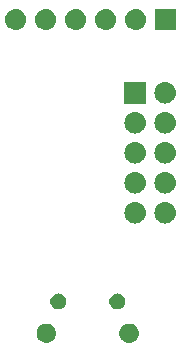
<source format=gbr>
G04 #@! TF.GenerationSoftware,KiCad,Pcbnew,(5.1.2)-1*
G04 #@! TF.CreationDate,2020-05-23T15:23:26+09:00*
G04 #@! TF.ProjectId,cp,63702e6b-6963-4616-945f-706362585858,v1.1*
G04 #@! TF.SameCoordinates,Original*
G04 #@! TF.FileFunction,Soldermask,Bot*
G04 #@! TF.FilePolarity,Negative*
%FSLAX46Y46*%
G04 Gerber Fmt 4.6, Leading zero omitted, Abs format (unit mm)*
G04 Created by KiCad (PCBNEW (5.1.2)-1) date 2020-05-23 15:23:26*
%MOMM*%
%LPD*%
G04 APERTURE LIST*
%ADD10C,0.100000*%
G04 APERTURE END LIST*
D10*
G36*
X123701248Y-147879976D02*
G01*
X123761924Y-147885952D01*
X123917626Y-147933184D01*
X123917628Y-147933185D01*
X124061121Y-148009883D01*
X124186896Y-148113104D01*
X124290117Y-148238879D01*
X124366815Y-148382372D01*
X124366816Y-148382374D01*
X124414048Y-148538076D01*
X124429996Y-148700000D01*
X124414048Y-148861924D01*
X124366816Y-149017626D01*
X124366815Y-149017628D01*
X124290117Y-149161121D01*
X124186896Y-149286896D01*
X124061121Y-149390117D01*
X123917628Y-149466815D01*
X123917626Y-149466816D01*
X123761924Y-149514048D01*
X123701248Y-149520024D01*
X123640574Y-149526000D01*
X123559426Y-149526000D01*
X123498752Y-149520024D01*
X123438076Y-149514048D01*
X123282374Y-149466816D01*
X123282372Y-149466815D01*
X123138879Y-149390117D01*
X123013104Y-149286896D01*
X122909883Y-149161121D01*
X122833185Y-149017628D01*
X122833184Y-149017626D01*
X122785952Y-148861924D01*
X122770004Y-148700000D01*
X122785952Y-148538076D01*
X122833184Y-148382374D01*
X122833185Y-148382372D01*
X122909883Y-148238879D01*
X123013104Y-148113104D01*
X123138879Y-148009883D01*
X123282372Y-147933185D01*
X123282374Y-147933184D01*
X123438076Y-147885952D01*
X123498752Y-147879976D01*
X123559426Y-147874000D01*
X123640574Y-147874000D01*
X123701248Y-147879976D01*
X123701248Y-147879976D01*
G37*
G36*
X116701248Y-147879976D02*
G01*
X116761924Y-147885952D01*
X116917626Y-147933184D01*
X116917628Y-147933185D01*
X117061121Y-148009883D01*
X117186896Y-148113104D01*
X117290117Y-148238879D01*
X117366815Y-148382372D01*
X117366816Y-148382374D01*
X117414048Y-148538076D01*
X117429996Y-148700000D01*
X117414048Y-148861924D01*
X117366816Y-149017626D01*
X117366815Y-149017628D01*
X117290117Y-149161121D01*
X117186896Y-149286896D01*
X117061121Y-149390117D01*
X116917628Y-149466815D01*
X116917626Y-149466816D01*
X116761924Y-149514048D01*
X116701248Y-149520024D01*
X116640574Y-149526000D01*
X116559426Y-149526000D01*
X116498752Y-149520024D01*
X116438076Y-149514048D01*
X116282374Y-149466816D01*
X116282372Y-149466815D01*
X116138879Y-149390117D01*
X116013104Y-149286896D01*
X115909883Y-149161121D01*
X115833185Y-149017628D01*
X115833184Y-149017626D01*
X115785952Y-148861924D01*
X115770004Y-148700000D01*
X115785952Y-148538076D01*
X115833184Y-148382374D01*
X115833185Y-148382372D01*
X115909883Y-148238879D01*
X116013104Y-148113104D01*
X116138879Y-148009883D01*
X116282372Y-147933185D01*
X116282374Y-147933184D01*
X116438076Y-147885952D01*
X116498752Y-147879976D01*
X116559426Y-147874000D01*
X116640574Y-147874000D01*
X116701248Y-147879976D01*
X116701248Y-147879976D01*
G37*
G36*
X122732517Y-145333781D02*
G01*
X122859946Y-145372436D01*
X122977383Y-145435208D01*
X123080317Y-145519683D01*
X123164792Y-145622617D01*
X123227564Y-145740054D01*
X123266219Y-145867483D01*
X123279270Y-146000000D01*
X123266219Y-146132517D01*
X123227564Y-146259946D01*
X123164792Y-146377383D01*
X123080317Y-146480317D01*
X122977383Y-146564792D01*
X122859946Y-146627564D01*
X122732517Y-146666219D01*
X122633205Y-146676000D01*
X122566795Y-146676000D01*
X122467483Y-146666219D01*
X122340054Y-146627564D01*
X122222617Y-146564792D01*
X122119683Y-146480317D01*
X122035208Y-146377383D01*
X121972436Y-146259946D01*
X121933781Y-146132517D01*
X121920730Y-146000000D01*
X121933781Y-145867483D01*
X121972436Y-145740054D01*
X122035208Y-145622617D01*
X122119683Y-145519683D01*
X122222617Y-145435208D01*
X122340054Y-145372436D01*
X122467483Y-145333781D01*
X122566795Y-145324000D01*
X122633205Y-145324000D01*
X122732517Y-145333781D01*
X122732517Y-145333781D01*
G37*
G36*
X117732517Y-145333781D02*
G01*
X117859946Y-145372436D01*
X117977383Y-145435208D01*
X118080317Y-145519683D01*
X118164792Y-145622617D01*
X118227564Y-145740054D01*
X118266219Y-145867483D01*
X118279270Y-146000000D01*
X118266219Y-146132517D01*
X118227564Y-146259946D01*
X118164792Y-146377383D01*
X118080317Y-146480317D01*
X117977383Y-146564792D01*
X117859946Y-146627564D01*
X117732517Y-146666219D01*
X117633205Y-146676000D01*
X117566795Y-146676000D01*
X117467483Y-146666219D01*
X117340054Y-146627564D01*
X117222617Y-146564792D01*
X117119683Y-146480317D01*
X117035208Y-146377383D01*
X116972436Y-146259946D01*
X116933781Y-146132517D01*
X116920730Y-146000000D01*
X116933781Y-145867483D01*
X116972436Y-145740054D01*
X117035208Y-145622617D01*
X117119683Y-145519683D01*
X117222617Y-145435208D01*
X117340054Y-145372436D01*
X117467483Y-145333781D01*
X117566795Y-145324000D01*
X117633205Y-145324000D01*
X117732517Y-145333781D01*
X117732517Y-145333781D01*
G37*
G36*
X126750442Y-137615518D02*
G01*
X126816627Y-137622037D01*
X126986466Y-137673557D01*
X127142991Y-137757222D01*
X127178729Y-137786552D01*
X127280186Y-137869814D01*
X127363448Y-137971271D01*
X127392778Y-138007009D01*
X127476443Y-138163534D01*
X127527963Y-138333373D01*
X127545359Y-138510000D01*
X127527963Y-138686627D01*
X127476443Y-138856466D01*
X127392778Y-139012991D01*
X127363448Y-139048729D01*
X127280186Y-139150186D01*
X127178729Y-139233448D01*
X127142991Y-139262778D01*
X126986466Y-139346443D01*
X126816627Y-139397963D01*
X126750442Y-139404482D01*
X126684260Y-139411000D01*
X126595740Y-139411000D01*
X126529558Y-139404482D01*
X126463373Y-139397963D01*
X126293534Y-139346443D01*
X126137009Y-139262778D01*
X126101271Y-139233448D01*
X125999814Y-139150186D01*
X125916552Y-139048729D01*
X125887222Y-139012991D01*
X125803557Y-138856466D01*
X125752037Y-138686627D01*
X125734641Y-138510000D01*
X125752037Y-138333373D01*
X125803557Y-138163534D01*
X125887222Y-138007009D01*
X125916552Y-137971271D01*
X125999814Y-137869814D01*
X126101271Y-137786552D01*
X126137009Y-137757222D01*
X126293534Y-137673557D01*
X126463373Y-137622037D01*
X126529558Y-137615518D01*
X126595740Y-137609000D01*
X126684260Y-137609000D01*
X126750442Y-137615518D01*
X126750442Y-137615518D01*
G37*
G36*
X124210442Y-137615518D02*
G01*
X124276627Y-137622037D01*
X124446466Y-137673557D01*
X124602991Y-137757222D01*
X124638729Y-137786552D01*
X124740186Y-137869814D01*
X124823448Y-137971271D01*
X124852778Y-138007009D01*
X124936443Y-138163534D01*
X124987963Y-138333373D01*
X125005359Y-138510000D01*
X124987963Y-138686627D01*
X124936443Y-138856466D01*
X124852778Y-139012991D01*
X124823448Y-139048729D01*
X124740186Y-139150186D01*
X124638729Y-139233448D01*
X124602991Y-139262778D01*
X124446466Y-139346443D01*
X124276627Y-139397963D01*
X124210442Y-139404482D01*
X124144260Y-139411000D01*
X124055740Y-139411000D01*
X123989558Y-139404482D01*
X123923373Y-139397963D01*
X123753534Y-139346443D01*
X123597009Y-139262778D01*
X123561271Y-139233448D01*
X123459814Y-139150186D01*
X123376552Y-139048729D01*
X123347222Y-139012991D01*
X123263557Y-138856466D01*
X123212037Y-138686627D01*
X123194641Y-138510000D01*
X123212037Y-138333373D01*
X123263557Y-138163534D01*
X123347222Y-138007009D01*
X123376552Y-137971271D01*
X123459814Y-137869814D01*
X123561271Y-137786552D01*
X123597009Y-137757222D01*
X123753534Y-137673557D01*
X123923373Y-137622037D01*
X123989558Y-137615518D01*
X124055740Y-137609000D01*
X124144260Y-137609000D01*
X124210442Y-137615518D01*
X124210442Y-137615518D01*
G37*
G36*
X126750443Y-135075519D02*
G01*
X126816627Y-135082037D01*
X126986466Y-135133557D01*
X127142991Y-135217222D01*
X127178729Y-135246552D01*
X127280186Y-135329814D01*
X127363448Y-135431271D01*
X127392778Y-135467009D01*
X127476443Y-135623534D01*
X127527963Y-135793373D01*
X127545359Y-135970000D01*
X127527963Y-136146627D01*
X127476443Y-136316466D01*
X127392778Y-136472991D01*
X127363448Y-136508729D01*
X127280186Y-136610186D01*
X127178729Y-136693448D01*
X127142991Y-136722778D01*
X126986466Y-136806443D01*
X126816627Y-136857963D01*
X126750442Y-136864482D01*
X126684260Y-136871000D01*
X126595740Y-136871000D01*
X126529558Y-136864482D01*
X126463373Y-136857963D01*
X126293534Y-136806443D01*
X126137009Y-136722778D01*
X126101271Y-136693448D01*
X125999814Y-136610186D01*
X125916552Y-136508729D01*
X125887222Y-136472991D01*
X125803557Y-136316466D01*
X125752037Y-136146627D01*
X125734641Y-135970000D01*
X125752037Y-135793373D01*
X125803557Y-135623534D01*
X125887222Y-135467009D01*
X125916552Y-135431271D01*
X125999814Y-135329814D01*
X126101271Y-135246552D01*
X126137009Y-135217222D01*
X126293534Y-135133557D01*
X126463373Y-135082037D01*
X126529557Y-135075519D01*
X126595740Y-135069000D01*
X126684260Y-135069000D01*
X126750443Y-135075519D01*
X126750443Y-135075519D01*
G37*
G36*
X124210443Y-135075519D02*
G01*
X124276627Y-135082037D01*
X124446466Y-135133557D01*
X124602991Y-135217222D01*
X124638729Y-135246552D01*
X124740186Y-135329814D01*
X124823448Y-135431271D01*
X124852778Y-135467009D01*
X124936443Y-135623534D01*
X124987963Y-135793373D01*
X125005359Y-135970000D01*
X124987963Y-136146627D01*
X124936443Y-136316466D01*
X124852778Y-136472991D01*
X124823448Y-136508729D01*
X124740186Y-136610186D01*
X124638729Y-136693448D01*
X124602991Y-136722778D01*
X124446466Y-136806443D01*
X124276627Y-136857963D01*
X124210442Y-136864482D01*
X124144260Y-136871000D01*
X124055740Y-136871000D01*
X123989558Y-136864482D01*
X123923373Y-136857963D01*
X123753534Y-136806443D01*
X123597009Y-136722778D01*
X123561271Y-136693448D01*
X123459814Y-136610186D01*
X123376552Y-136508729D01*
X123347222Y-136472991D01*
X123263557Y-136316466D01*
X123212037Y-136146627D01*
X123194641Y-135970000D01*
X123212037Y-135793373D01*
X123263557Y-135623534D01*
X123347222Y-135467009D01*
X123376552Y-135431271D01*
X123459814Y-135329814D01*
X123561271Y-135246552D01*
X123597009Y-135217222D01*
X123753534Y-135133557D01*
X123923373Y-135082037D01*
X123989557Y-135075519D01*
X124055740Y-135069000D01*
X124144260Y-135069000D01*
X124210443Y-135075519D01*
X124210443Y-135075519D01*
G37*
G36*
X124210442Y-132535518D02*
G01*
X124276627Y-132542037D01*
X124446466Y-132593557D01*
X124602991Y-132677222D01*
X124638729Y-132706552D01*
X124740186Y-132789814D01*
X124823448Y-132891271D01*
X124852778Y-132927009D01*
X124936443Y-133083534D01*
X124987963Y-133253373D01*
X125005359Y-133430000D01*
X124987963Y-133606627D01*
X124936443Y-133776466D01*
X124852778Y-133932991D01*
X124823448Y-133968729D01*
X124740186Y-134070186D01*
X124638729Y-134153448D01*
X124602991Y-134182778D01*
X124446466Y-134266443D01*
X124276627Y-134317963D01*
X124210443Y-134324481D01*
X124144260Y-134331000D01*
X124055740Y-134331000D01*
X123989557Y-134324481D01*
X123923373Y-134317963D01*
X123753534Y-134266443D01*
X123597009Y-134182778D01*
X123561271Y-134153448D01*
X123459814Y-134070186D01*
X123376552Y-133968729D01*
X123347222Y-133932991D01*
X123263557Y-133776466D01*
X123212037Y-133606627D01*
X123194641Y-133430000D01*
X123212037Y-133253373D01*
X123263557Y-133083534D01*
X123347222Y-132927009D01*
X123376552Y-132891271D01*
X123459814Y-132789814D01*
X123561271Y-132706552D01*
X123597009Y-132677222D01*
X123753534Y-132593557D01*
X123923373Y-132542037D01*
X123989558Y-132535518D01*
X124055740Y-132529000D01*
X124144260Y-132529000D01*
X124210442Y-132535518D01*
X124210442Y-132535518D01*
G37*
G36*
X126750442Y-132535518D02*
G01*
X126816627Y-132542037D01*
X126986466Y-132593557D01*
X127142991Y-132677222D01*
X127178729Y-132706552D01*
X127280186Y-132789814D01*
X127363448Y-132891271D01*
X127392778Y-132927009D01*
X127476443Y-133083534D01*
X127527963Y-133253373D01*
X127545359Y-133430000D01*
X127527963Y-133606627D01*
X127476443Y-133776466D01*
X127392778Y-133932991D01*
X127363448Y-133968729D01*
X127280186Y-134070186D01*
X127178729Y-134153448D01*
X127142991Y-134182778D01*
X126986466Y-134266443D01*
X126816627Y-134317963D01*
X126750443Y-134324481D01*
X126684260Y-134331000D01*
X126595740Y-134331000D01*
X126529557Y-134324481D01*
X126463373Y-134317963D01*
X126293534Y-134266443D01*
X126137009Y-134182778D01*
X126101271Y-134153448D01*
X125999814Y-134070186D01*
X125916552Y-133968729D01*
X125887222Y-133932991D01*
X125803557Y-133776466D01*
X125752037Y-133606627D01*
X125734641Y-133430000D01*
X125752037Y-133253373D01*
X125803557Y-133083534D01*
X125887222Y-132927009D01*
X125916552Y-132891271D01*
X125999814Y-132789814D01*
X126101271Y-132706552D01*
X126137009Y-132677222D01*
X126293534Y-132593557D01*
X126463373Y-132542037D01*
X126529558Y-132535518D01*
X126595740Y-132529000D01*
X126684260Y-132529000D01*
X126750442Y-132535518D01*
X126750442Y-132535518D01*
G37*
G36*
X124210442Y-129995518D02*
G01*
X124276627Y-130002037D01*
X124446466Y-130053557D01*
X124602991Y-130137222D01*
X124638729Y-130166552D01*
X124740186Y-130249814D01*
X124823448Y-130351271D01*
X124852778Y-130387009D01*
X124936443Y-130543534D01*
X124987963Y-130713373D01*
X125005359Y-130890000D01*
X124987963Y-131066627D01*
X124936443Y-131236466D01*
X124852778Y-131392991D01*
X124823448Y-131428729D01*
X124740186Y-131530186D01*
X124638729Y-131613448D01*
X124602991Y-131642778D01*
X124446466Y-131726443D01*
X124276627Y-131777963D01*
X124210442Y-131784482D01*
X124144260Y-131791000D01*
X124055740Y-131791000D01*
X123989558Y-131784482D01*
X123923373Y-131777963D01*
X123753534Y-131726443D01*
X123597009Y-131642778D01*
X123561271Y-131613448D01*
X123459814Y-131530186D01*
X123376552Y-131428729D01*
X123347222Y-131392991D01*
X123263557Y-131236466D01*
X123212037Y-131066627D01*
X123194641Y-130890000D01*
X123212037Y-130713373D01*
X123263557Y-130543534D01*
X123347222Y-130387009D01*
X123376552Y-130351271D01*
X123459814Y-130249814D01*
X123561271Y-130166552D01*
X123597009Y-130137222D01*
X123753534Y-130053557D01*
X123923373Y-130002037D01*
X123989558Y-129995518D01*
X124055740Y-129989000D01*
X124144260Y-129989000D01*
X124210442Y-129995518D01*
X124210442Y-129995518D01*
G37*
G36*
X126750442Y-129995518D02*
G01*
X126816627Y-130002037D01*
X126986466Y-130053557D01*
X127142991Y-130137222D01*
X127178729Y-130166552D01*
X127280186Y-130249814D01*
X127363448Y-130351271D01*
X127392778Y-130387009D01*
X127476443Y-130543534D01*
X127527963Y-130713373D01*
X127545359Y-130890000D01*
X127527963Y-131066627D01*
X127476443Y-131236466D01*
X127392778Y-131392991D01*
X127363448Y-131428729D01*
X127280186Y-131530186D01*
X127178729Y-131613448D01*
X127142991Y-131642778D01*
X126986466Y-131726443D01*
X126816627Y-131777963D01*
X126750442Y-131784482D01*
X126684260Y-131791000D01*
X126595740Y-131791000D01*
X126529558Y-131784482D01*
X126463373Y-131777963D01*
X126293534Y-131726443D01*
X126137009Y-131642778D01*
X126101271Y-131613448D01*
X125999814Y-131530186D01*
X125916552Y-131428729D01*
X125887222Y-131392991D01*
X125803557Y-131236466D01*
X125752037Y-131066627D01*
X125734641Y-130890000D01*
X125752037Y-130713373D01*
X125803557Y-130543534D01*
X125887222Y-130387009D01*
X125916552Y-130351271D01*
X125999814Y-130249814D01*
X126101271Y-130166552D01*
X126137009Y-130137222D01*
X126293534Y-130053557D01*
X126463373Y-130002037D01*
X126529558Y-129995518D01*
X126595740Y-129989000D01*
X126684260Y-129989000D01*
X126750442Y-129995518D01*
X126750442Y-129995518D01*
G37*
G36*
X126750443Y-127455519D02*
G01*
X126816627Y-127462037D01*
X126986466Y-127513557D01*
X127142991Y-127597222D01*
X127178729Y-127626552D01*
X127280186Y-127709814D01*
X127363448Y-127811271D01*
X127392778Y-127847009D01*
X127476443Y-128003534D01*
X127527963Y-128173373D01*
X127545359Y-128350000D01*
X127527963Y-128526627D01*
X127476443Y-128696466D01*
X127392778Y-128852991D01*
X127363448Y-128888729D01*
X127280186Y-128990186D01*
X127178729Y-129073448D01*
X127142991Y-129102778D01*
X126986466Y-129186443D01*
X126816627Y-129237963D01*
X126750443Y-129244481D01*
X126684260Y-129251000D01*
X126595740Y-129251000D01*
X126529557Y-129244481D01*
X126463373Y-129237963D01*
X126293534Y-129186443D01*
X126137009Y-129102778D01*
X126101271Y-129073448D01*
X125999814Y-128990186D01*
X125916552Y-128888729D01*
X125887222Y-128852991D01*
X125803557Y-128696466D01*
X125752037Y-128526627D01*
X125734641Y-128350000D01*
X125752037Y-128173373D01*
X125803557Y-128003534D01*
X125887222Y-127847009D01*
X125916552Y-127811271D01*
X125999814Y-127709814D01*
X126101271Y-127626552D01*
X126137009Y-127597222D01*
X126293534Y-127513557D01*
X126463373Y-127462037D01*
X126529557Y-127455519D01*
X126595740Y-127449000D01*
X126684260Y-127449000D01*
X126750443Y-127455519D01*
X126750443Y-127455519D01*
G37*
G36*
X125001000Y-129251000D02*
G01*
X123199000Y-129251000D01*
X123199000Y-127449000D01*
X125001000Y-127449000D01*
X125001000Y-129251000D01*
X125001000Y-129251000D01*
G37*
G36*
X127591000Y-123031000D02*
G01*
X125789000Y-123031000D01*
X125789000Y-121229000D01*
X127591000Y-121229000D01*
X127591000Y-123031000D01*
X127591000Y-123031000D01*
G37*
G36*
X114100442Y-121235518D02*
G01*
X114166627Y-121242037D01*
X114336466Y-121293557D01*
X114492991Y-121377222D01*
X114528729Y-121406552D01*
X114630186Y-121489814D01*
X114713448Y-121591271D01*
X114742778Y-121627009D01*
X114826443Y-121783534D01*
X114877963Y-121953373D01*
X114895359Y-122130000D01*
X114877963Y-122306627D01*
X114826443Y-122476466D01*
X114742778Y-122632991D01*
X114713448Y-122668729D01*
X114630186Y-122770186D01*
X114528729Y-122853448D01*
X114492991Y-122882778D01*
X114336466Y-122966443D01*
X114166627Y-123017963D01*
X114100442Y-123024482D01*
X114034260Y-123031000D01*
X113945740Y-123031000D01*
X113879558Y-123024482D01*
X113813373Y-123017963D01*
X113643534Y-122966443D01*
X113487009Y-122882778D01*
X113451271Y-122853448D01*
X113349814Y-122770186D01*
X113266552Y-122668729D01*
X113237222Y-122632991D01*
X113153557Y-122476466D01*
X113102037Y-122306627D01*
X113084641Y-122130000D01*
X113102037Y-121953373D01*
X113153557Y-121783534D01*
X113237222Y-121627009D01*
X113266552Y-121591271D01*
X113349814Y-121489814D01*
X113451271Y-121406552D01*
X113487009Y-121377222D01*
X113643534Y-121293557D01*
X113813373Y-121242037D01*
X113879558Y-121235518D01*
X113945740Y-121229000D01*
X114034260Y-121229000D01*
X114100442Y-121235518D01*
X114100442Y-121235518D01*
G37*
G36*
X124260442Y-121235518D02*
G01*
X124326627Y-121242037D01*
X124496466Y-121293557D01*
X124652991Y-121377222D01*
X124688729Y-121406552D01*
X124790186Y-121489814D01*
X124873448Y-121591271D01*
X124902778Y-121627009D01*
X124986443Y-121783534D01*
X125037963Y-121953373D01*
X125055359Y-122130000D01*
X125037963Y-122306627D01*
X124986443Y-122476466D01*
X124902778Y-122632991D01*
X124873448Y-122668729D01*
X124790186Y-122770186D01*
X124688729Y-122853448D01*
X124652991Y-122882778D01*
X124496466Y-122966443D01*
X124326627Y-123017963D01*
X124260442Y-123024482D01*
X124194260Y-123031000D01*
X124105740Y-123031000D01*
X124039558Y-123024482D01*
X123973373Y-123017963D01*
X123803534Y-122966443D01*
X123647009Y-122882778D01*
X123611271Y-122853448D01*
X123509814Y-122770186D01*
X123426552Y-122668729D01*
X123397222Y-122632991D01*
X123313557Y-122476466D01*
X123262037Y-122306627D01*
X123244641Y-122130000D01*
X123262037Y-121953373D01*
X123313557Y-121783534D01*
X123397222Y-121627009D01*
X123426552Y-121591271D01*
X123509814Y-121489814D01*
X123611271Y-121406552D01*
X123647009Y-121377222D01*
X123803534Y-121293557D01*
X123973373Y-121242037D01*
X124039558Y-121235518D01*
X124105740Y-121229000D01*
X124194260Y-121229000D01*
X124260442Y-121235518D01*
X124260442Y-121235518D01*
G37*
G36*
X121720442Y-121235518D02*
G01*
X121786627Y-121242037D01*
X121956466Y-121293557D01*
X122112991Y-121377222D01*
X122148729Y-121406552D01*
X122250186Y-121489814D01*
X122333448Y-121591271D01*
X122362778Y-121627009D01*
X122446443Y-121783534D01*
X122497963Y-121953373D01*
X122515359Y-122130000D01*
X122497963Y-122306627D01*
X122446443Y-122476466D01*
X122362778Y-122632991D01*
X122333448Y-122668729D01*
X122250186Y-122770186D01*
X122148729Y-122853448D01*
X122112991Y-122882778D01*
X121956466Y-122966443D01*
X121786627Y-123017963D01*
X121720442Y-123024482D01*
X121654260Y-123031000D01*
X121565740Y-123031000D01*
X121499558Y-123024482D01*
X121433373Y-123017963D01*
X121263534Y-122966443D01*
X121107009Y-122882778D01*
X121071271Y-122853448D01*
X120969814Y-122770186D01*
X120886552Y-122668729D01*
X120857222Y-122632991D01*
X120773557Y-122476466D01*
X120722037Y-122306627D01*
X120704641Y-122130000D01*
X120722037Y-121953373D01*
X120773557Y-121783534D01*
X120857222Y-121627009D01*
X120886552Y-121591271D01*
X120969814Y-121489814D01*
X121071271Y-121406552D01*
X121107009Y-121377222D01*
X121263534Y-121293557D01*
X121433373Y-121242037D01*
X121499558Y-121235518D01*
X121565740Y-121229000D01*
X121654260Y-121229000D01*
X121720442Y-121235518D01*
X121720442Y-121235518D01*
G37*
G36*
X119180442Y-121235518D02*
G01*
X119246627Y-121242037D01*
X119416466Y-121293557D01*
X119572991Y-121377222D01*
X119608729Y-121406552D01*
X119710186Y-121489814D01*
X119793448Y-121591271D01*
X119822778Y-121627009D01*
X119906443Y-121783534D01*
X119957963Y-121953373D01*
X119975359Y-122130000D01*
X119957963Y-122306627D01*
X119906443Y-122476466D01*
X119822778Y-122632991D01*
X119793448Y-122668729D01*
X119710186Y-122770186D01*
X119608729Y-122853448D01*
X119572991Y-122882778D01*
X119416466Y-122966443D01*
X119246627Y-123017963D01*
X119180442Y-123024482D01*
X119114260Y-123031000D01*
X119025740Y-123031000D01*
X118959558Y-123024482D01*
X118893373Y-123017963D01*
X118723534Y-122966443D01*
X118567009Y-122882778D01*
X118531271Y-122853448D01*
X118429814Y-122770186D01*
X118346552Y-122668729D01*
X118317222Y-122632991D01*
X118233557Y-122476466D01*
X118182037Y-122306627D01*
X118164641Y-122130000D01*
X118182037Y-121953373D01*
X118233557Y-121783534D01*
X118317222Y-121627009D01*
X118346552Y-121591271D01*
X118429814Y-121489814D01*
X118531271Y-121406552D01*
X118567009Y-121377222D01*
X118723534Y-121293557D01*
X118893373Y-121242037D01*
X118959558Y-121235518D01*
X119025740Y-121229000D01*
X119114260Y-121229000D01*
X119180442Y-121235518D01*
X119180442Y-121235518D01*
G37*
G36*
X116640442Y-121235518D02*
G01*
X116706627Y-121242037D01*
X116876466Y-121293557D01*
X117032991Y-121377222D01*
X117068729Y-121406552D01*
X117170186Y-121489814D01*
X117253448Y-121591271D01*
X117282778Y-121627009D01*
X117366443Y-121783534D01*
X117417963Y-121953373D01*
X117435359Y-122130000D01*
X117417963Y-122306627D01*
X117366443Y-122476466D01*
X117282778Y-122632991D01*
X117253448Y-122668729D01*
X117170186Y-122770186D01*
X117068729Y-122853448D01*
X117032991Y-122882778D01*
X116876466Y-122966443D01*
X116706627Y-123017963D01*
X116640442Y-123024482D01*
X116574260Y-123031000D01*
X116485740Y-123031000D01*
X116419558Y-123024482D01*
X116353373Y-123017963D01*
X116183534Y-122966443D01*
X116027009Y-122882778D01*
X115991271Y-122853448D01*
X115889814Y-122770186D01*
X115806552Y-122668729D01*
X115777222Y-122632991D01*
X115693557Y-122476466D01*
X115642037Y-122306627D01*
X115624641Y-122130000D01*
X115642037Y-121953373D01*
X115693557Y-121783534D01*
X115777222Y-121627009D01*
X115806552Y-121591271D01*
X115889814Y-121489814D01*
X115991271Y-121406552D01*
X116027009Y-121377222D01*
X116183534Y-121293557D01*
X116353373Y-121242037D01*
X116419558Y-121235518D01*
X116485740Y-121229000D01*
X116574260Y-121229000D01*
X116640442Y-121235518D01*
X116640442Y-121235518D01*
G37*
M02*

</source>
